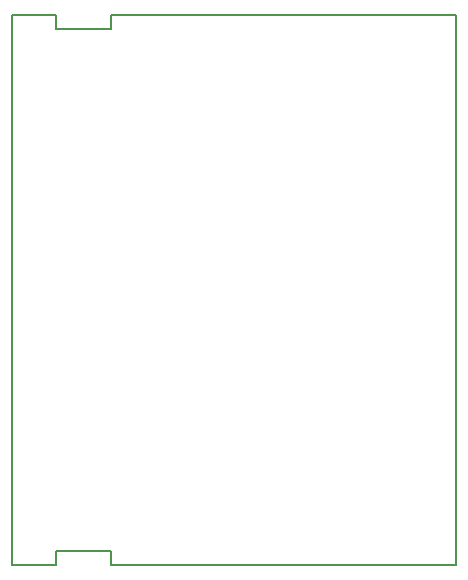
<source format=gbr>
G04 #@! TF.GenerationSoftware,KiCad,Pcbnew,8.0.1*
G04 #@! TF.CreationDate,2024-06-18T21:42:57-04:00*
G04 #@! TF.ProjectId,OdysseyDaughterCardGateMatrix,4f647973-7365-4794-9461-756768746572,1.1*
G04 #@! TF.SameCoordinates,Original*
G04 #@! TF.FileFunction,Profile,NP*
%FSLAX46Y46*%
G04 Gerber Fmt 4.6, Leading zero omitted, Abs format (unit mm)*
G04 Created by KiCad (PCBNEW 8.0.1) date 2024-06-18 21:42:57*
%MOMM*%
%LPD*%
G01*
G04 APERTURE LIST*
G04 #@! TA.AperFunction,Profile*
%ADD10C,0.150000*%
G04 #@! TD*
G04 APERTURE END LIST*
D10*
X160020000Y-77700000D02*
X160020000Y-124300000D01*
X130775000Y-123100000D02*
X130775000Y-124300000D01*
X130775000Y-124300000D02*
X160020000Y-124300000D01*
X126175000Y-123100000D02*
X130775000Y-123100000D01*
X122425000Y-124300000D02*
X126175000Y-124300000D01*
X122425000Y-124300000D02*
X122425000Y-77700000D01*
X130775000Y-77700000D02*
X130775000Y-78900000D01*
X160020000Y-77700000D02*
X130775000Y-77700000D01*
X126175000Y-77700000D02*
X122425000Y-77700000D01*
X126175000Y-78900000D02*
X126175000Y-77700000D01*
X126175000Y-124300000D02*
X126175000Y-123100000D01*
X130775000Y-78900000D02*
X126175000Y-78900000D01*
M02*

</source>
